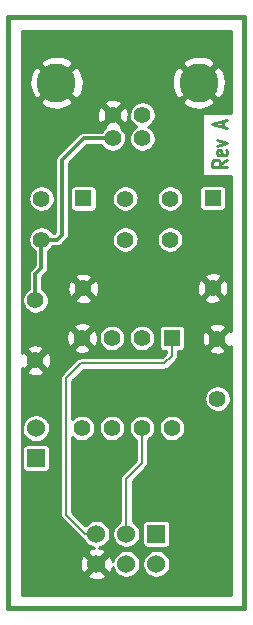
<source format=gtl>
G04 (created by PCBNEW-RS274X (2011-nov-30)-testing) date Mon 05 Mar 2012 05:05:37 PM PST*
G01*
G70*
G90*
%MOIN*%
G04 Gerber Fmt 3.4, Leading zero omitted, Abs format*
%FSLAX34Y34*%
G04 APERTURE LIST*
%ADD10C,0.006000*%
%ADD11C,0.009900*%
%ADD12C,0.015000*%
%ADD13R,0.060000X0.060000*%
%ADD14C,0.060000*%
%ADD15C,0.055000*%
%ADD16R,0.055000X0.055000*%
%ADD17C,0.055100*%
%ADD18C,0.129900*%
%ADD19C,0.008000*%
%ADD20C,0.011800*%
%ADD21C,0.010000*%
G04 APERTURE END LIST*
G54D10*
G54D11*
X66333Y-20496D02*
X66108Y-20627D01*
X66333Y-20721D02*
X65861Y-20721D01*
X65861Y-20571D01*
X65884Y-20534D01*
X65906Y-20515D01*
X65951Y-20496D01*
X66018Y-20496D01*
X66063Y-20515D01*
X66086Y-20534D01*
X66108Y-20571D01*
X66108Y-20721D01*
X66311Y-20177D02*
X66333Y-20215D01*
X66333Y-20290D01*
X66311Y-20327D01*
X66266Y-20346D01*
X66086Y-20346D01*
X66041Y-20327D01*
X66018Y-20290D01*
X66018Y-20215D01*
X66041Y-20177D01*
X66086Y-20158D01*
X66131Y-20158D01*
X66176Y-20346D01*
X66018Y-20027D02*
X66333Y-19933D01*
X66018Y-19839D01*
X66198Y-19408D02*
X66198Y-19220D01*
X66333Y-19445D02*
X65861Y-19314D01*
X66333Y-19183D01*
G54D12*
X66929Y-15748D02*
X59055Y-15748D01*
X66929Y-35433D02*
X66929Y-15748D01*
X59055Y-35433D02*
X66929Y-35433D01*
X59055Y-15748D02*
X59055Y-35433D01*
G54D13*
X59980Y-30441D03*
G54D14*
X59980Y-29441D03*
G54D15*
X59961Y-25181D03*
X59961Y-27181D03*
X66024Y-28461D03*
X66024Y-26461D03*
G54D16*
X65866Y-21768D03*
G54D15*
X65866Y-24768D03*
G54D16*
X61555Y-21787D03*
G54D15*
X61555Y-24787D03*
X60158Y-23158D03*
X60158Y-21791D03*
X64449Y-23158D03*
X64449Y-21791D03*
X62953Y-23158D03*
X62953Y-21791D03*
G54D16*
X64512Y-26433D03*
G54D15*
X63512Y-26433D03*
X62512Y-26433D03*
X61512Y-26433D03*
X61512Y-29433D03*
X62512Y-29433D03*
X63512Y-29433D03*
X64512Y-29433D03*
G54D17*
X62539Y-19783D03*
X63523Y-19783D03*
X63523Y-18996D03*
X62539Y-18996D03*
G54D18*
X65401Y-17925D03*
X60661Y-17925D03*
G54D13*
X63992Y-32965D03*
G54D14*
X63992Y-33965D03*
X62992Y-32965D03*
X62992Y-33965D03*
X61992Y-32965D03*
X61992Y-33965D03*
G54D19*
X64512Y-27023D02*
X64512Y-26433D01*
X64252Y-27283D02*
X64512Y-27023D01*
X61477Y-27283D02*
X64252Y-27283D01*
X60984Y-27776D02*
X61477Y-27283D01*
X60984Y-32322D02*
X60984Y-27776D01*
X61627Y-32965D02*
X60984Y-32322D01*
X61992Y-32965D02*
X61627Y-32965D01*
X62992Y-32965D02*
X62992Y-31122D01*
X63512Y-30602D02*
X63512Y-29433D01*
X62992Y-31122D02*
X63512Y-30602D01*
G54D20*
X60158Y-23158D02*
X60158Y-24114D01*
X62539Y-19783D02*
X61575Y-19783D01*
X60158Y-24114D02*
X59961Y-24311D01*
X59961Y-24311D02*
X59961Y-25181D01*
X60846Y-22992D02*
X60680Y-23158D01*
X60846Y-20512D02*
X60846Y-22992D01*
X61575Y-19783D02*
X60846Y-20512D01*
X60680Y-23158D02*
X60158Y-23158D01*
G54D10*
G36*
X66485Y-34989D02*
X66467Y-34989D01*
X66467Y-28418D01*
X66450Y-28333D01*
X66417Y-28252D01*
X66369Y-28180D01*
X66315Y-28125D01*
X66315Y-26823D01*
X66024Y-26532D01*
X65953Y-26603D01*
X65953Y-26461D01*
X65662Y-26170D01*
X65571Y-26193D01*
X65527Y-26286D01*
X65502Y-26386D01*
X65497Y-26489D01*
X65513Y-26590D01*
X65547Y-26687D01*
X65571Y-26729D01*
X65662Y-26752D01*
X65953Y-26461D01*
X65953Y-26603D01*
X65733Y-26823D01*
X65756Y-26914D01*
X65849Y-26958D01*
X65949Y-26983D01*
X66052Y-26988D01*
X66153Y-26972D01*
X66250Y-26938D01*
X66292Y-26914D01*
X66315Y-26823D01*
X66315Y-28125D01*
X66308Y-28118D01*
X66236Y-28070D01*
X66156Y-28036D01*
X66071Y-28018D01*
X65984Y-28018D01*
X65899Y-28034D01*
X65818Y-28066D01*
X65745Y-28114D01*
X65683Y-28175D01*
X65634Y-28246D01*
X65600Y-28326D01*
X65582Y-28411D01*
X65580Y-28498D01*
X65596Y-28583D01*
X65628Y-28664D01*
X65675Y-28737D01*
X65735Y-28800D01*
X65806Y-28849D01*
X65886Y-28884D01*
X65971Y-28903D01*
X66058Y-28905D01*
X66143Y-28890D01*
X66224Y-28858D01*
X66298Y-28812D01*
X66361Y-28752D01*
X66411Y-28681D01*
X66446Y-28602D01*
X66466Y-28517D01*
X66467Y-28418D01*
X66467Y-34989D01*
X64955Y-34989D01*
X64955Y-29390D01*
X64954Y-29385D01*
X64954Y-26726D01*
X64954Y-26693D01*
X64954Y-26142D01*
X64948Y-26110D01*
X64935Y-26080D01*
X64917Y-26052D01*
X64894Y-26029D01*
X64892Y-26027D01*
X64892Y-23115D01*
X64892Y-21748D01*
X64875Y-21663D01*
X64842Y-21582D01*
X64794Y-21510D01*
X64733Y-21448D01*
X64661Y-21400D01*
X64581Y-21366D01*
X64496Y-21348D01*
X64409Y-21348D01*
X64324Y-21364D01*
X64243Y-21396D01*
X64170Y-21444D01*
X64108Y-21505D01*
X64059Y-21576D01*
X64025Y-21656D01*
X64007Y-21741D01*
X64005Y-21828D01*
X64021Y-21913D01*
X64053Y-21994D01*
X64100Y-22067D01*
X64160Y-22130D01*
X64231Y-22179D01*
X64311Y-22214D01*
X64396Y-22233D01*
X64483Y-22235D01*
X64568Y-22220D01*
X64649Y-22188D01*
X64723Y-22142D01*
X64786Y-22082D01*
X64836Y-22011D01*
X64871Y-21932D01*
X64891Y-21847D01*
X64892Y-21748D01*
X64892Y-23115D01*
X64875Y-23030D01*
X64842Y-22949D01*
X64794Y-22877D01*
X64733Y-22815D01*
X64661Y-22767D01*
X64581Y-22733D01*
X64496Y-22715D01*
X64409Y-22715D01*
X64324Y-22731D01*
X64243Y-22763D01*
X64170Y-22811D01*
X64108Y-22872D01*
X64059Y-22943D01*
X64025Y-23023D01*
X64007Y-23108D01*
X64005Y-23195D01*
X64021Y-23280D01*
X64053Y-23361D01*
X64100Y-23434D01*
X64160Y-23497D01*
X64231Y-23546D01*
X64311Y-23581D01*
X64396Y-23600D01*
X64483Y-23602D01*
X64568Y-23587D01*
X64649Y-23555D01*
X64723Y-23509D01*
X64786Y-23449D01*
X64836Y-23378D01*
X64871Y-23299D01*
X64891Y-23214D01*
X64892Y-23115D01*
X64892Y-26027D01*
X64867Y-26011D01*
X64837Y-25998D01*
X64805Y-25991D01*
X64772Y-25991D01*
X64221Y-25991D01*
X64189Y-25997D01*
X64159Y-26010D01*
X64131Y-26028D01*
X64108Y-26051D01*
X64090Y-26078D01*
X64077Y-26108D01*
X64070Y-26140D01*
X64070Y-26173D01*
X64070Y-26724D01*
X64076Y-26756D01*
X64089Y-26786D01*
X64107Y-26814D01*
X64130Y-26837D01*
X64157Y-26855D01*
X64187Y-26868D01*
X64219Y-26875D01*
X64252Y-26875D01*
X64304Y-26875D01*
X64304Y-26936D01*
X64165Y-27075D01*
X63966Y-27075D01*
X63966Y-19740D01*
X63949Y-19655D01*
X63916Y-19574D01*
X63868Y-19502D01*
X63807Y-19440D01*
X63735Y-19392D01*
X63728Y-19389D01*
X63797Y-19347D01*
X63860Y-19287D01*
X63910Y-19216D01*
X63945Y-19137D01*
X63965Y-19052D01*
X63966Y-18953D01*
X63949Y-18868D01*
X63916Y-18787D01*
X63868Y-18715D01*
X63807Y-18653D01*
X63735Y-18605D01*
X63655Y-18571D01*
X63570Y-18553D01*
X63483Y-18553D01*
X63398Y-18569D01*
X63317Y-18601D01*
X63244Y-18649D01*
X63182Y-18710D01*
X63133Y-18781D01*
X63099Y-18861D01*
X63081Y-18946D01*
X63079Y-19033D01*
X63095Y-19118D01*
X63127Y-19199D01*
X63174Y-19272D01*
X63234Y-19335D01*
X63305Y-19384D01*
X63315Y-19388D01*
X63244Y-19436D01*
X63182Y-19497D01*
X63133Y-19568D01*
X63099Y-19648D01*
X63081Y-19733D01*
X63079Y-19820D01*
X63095Y-19905D01*
X63127Y-19986D01*
X63174Y-20059D01*
X63234Y-20122D01*
X63305Y-20171D01*
X63385Y-20206D01*
X63470Y-20225D01*
X63557Y-20227D01*
X63642Y-20212D01*
X63723Y-20180D01*
X63797Y-20134D01*
X63860Y-20074D01*
X63910Y-20003D01*
X63945Y-19924D01*
X63965Y-19839D01*
X63966Y-19740D01*
X63966Y-27075D01*
X63955Y-27075D01*
X63955Y-26390D01*
X63938Y-26305D01*
X63905Y-26224D01*
X63857Y-26152D01*
X63796Y-26090D01*
X63724Y-26042D01*
X63644Y-26008D01*
X63559Y-25990D01*
X63472Y-25990D01*
X63396Y-26004D01*
X63396Y-23115D01*
X63396Y-21748D01*
X63379Y-21663D01*
X63346Y-21582D01*
X63298Y-21510D01*
X63237Y-21448D01*
X63165Y-21400D01*
X63085Y-21366D01*
X63066Y-21361D01*
X63066Y-18968D01*
X63050Y-18867D01*
X63016Y-18770D01*
X62992Y-18728D01*
X62901Y-18705D01*
X62830Y-18776D01*
X62830Y-18634D01*
X62807Y-18543D01*
X62714Y-18499D01*
X62614Y-18474D01*
X62511Y-18469D01*
X62410Y-18485D01*
X62313Y-18519D01*
X62271Y-18543D01*
X62248Y-18634D01*
X62539Y-18925D01*
X62830Y-18634D01*
X62830Y-18776D01*
X62610Y-18996D01*
X62901Y-19287D01*
X62992Y-19264D01*
X63036Y-19171D01*
X63061Y-19071D01*
X63066Y-18968D01*
X63066Y-21361D01*
X63000Y-21348D01*
X62982Y-21348D01*
X62982Y-19740D01*
X62965Y-19655D01*
X62932Y-19574D01*
X62884Y-19502D01*
X62823Y-19440D01*
X62811Y-19432D01*
X62830Y-19358D01*
X62539Y-19067D01*
X62468Y-19138D01*
X62468Y-18996D01*
X62177Y-18705D01*
X62086Y-18728D01*
X62042Y-18821D01*
X62017Y-18921D01*
X62012Y-19024D01*
X62028Y-19125D01*
X62062Y-19222D01*
X62086Y-19264D01*
X62177Y-19287D01*
X62468Y-18996D01*
X62468Y-19138D01*
X62248Y-19358D01*
X62266Y-19431D01*
X62260Y-19436D01*
X62198Y-19497D01*
X62157Y-19556D01*
X61575Y-19556D01*
X61563Y-19557D01*
X61563Y-17912D01*
X61543Y-17737D01*
X61490Y-17569D01*
X61419Y-17436D01*
X61290Y-17367D01*
X61219Y-17438D01*
X61219Y-17296D01*
X61150Y-17167D01*
X60993Y-17086D01*
X60824Y-17038D01*
X60648Y-17023D01*
X60473Y-17043D01*
X60305Y-17096D01*
X60172Y-17167D01*
X60103Y-17296D01*
X60661Y-17854D01*
X61219Y-17296D01*
X61219Y-17438D01*
X60732Y-17925D01*
X61290Y-18483D01*
X61419Y-18414D01*
X61500Y-18257D01*
X61548Y-18088D01*
X61563Y-17912D01*
X61563Y-19557D01*
X61531Y-19560D01*
X61488Y-19573D01*
X61449Y-19594D01*
X61423Y-19615D01*
X61416Y-19621D01*
X61415Y-19622D01*
X61414Y-19623D01*
X61219Y-19817D01*
X61219Y-18554D01*
X60661Y-17996D01*
X60590Y-18067D01*
X60590Y-17925D01*
X60032Y-17367D01*
X59903Y-17436D01*
X59822Y-17593D01*
X59774Y-17762D01*
X59759Y-17938D01*
X59779Y-18113D01*
X59832Y-18281D01*
X59903Y-18414D01*
X60032Y-18483D01*
X60590Y-17925D01*
X60590Y-18067D01*
X60103Y-18554D01*
X60172Y-18683D01*
X60329Y-18764D01*
X60498Y-18812D01*
X60674Y-18827D01*
X60849Y-18807D01*
X61017Y-18754D01*
X61150Y-18683D01*
X61219Y-18554D01*
X61219Y-19817D01*
X60685Y-20351D01*
X60657Y-20385D01*
X60637Y-20421D01*
X60637Y-20423D01*
X60636Y-20423D01*
X60636Y-20425D01*
X60623Y-20467D01*
X60619Y-20501D01*
X60619Y-20509D01*
X60619Y-20511D01*
X60619Y-20512D01*
X60619Y-22897D01*
X60601Y-22915D01*
X60601Y-21748D01*
X60584Y-21663D01*
X60551Y-21582D01*
X60503Y-21510D01*
X60442Y-21448D01*
X60370Y-21400D01*
X60290Y-21366D01*
X60205Y-21348D01*
X60118Y-21348D01*
X60033Y-21364D01*
X59952Y-21396D01*
X59879Y-21444D01*
X59817Y-21505D01*
X59768Y-21576D01*
X59734Y-21656D01*
X59716Y-21741D01*
X59714Y-21828D01*
X59730Y-21913D01*
X59762Y-21994D01*
X59809Y-22067D01*
X59869Y-22130D01*
X59940Y-22179D01*
X60020Y-22214D01*
X60105Y-22233D01*
X60192Y-22235D01*
X60277Y-22220D01*
X60358Y-22188D01*
X60432Y-22142D01*
X60495Y-22082D01*
X60545Y-22011D01*
X60580Y-21932D01*
X60600Y-21847D01*
X60601Y-21748D01*
X60601Y-22915D01*
X60585Y-22931D01*
X60539Y-22931D01*
X60503Y-22877D01*
X60442Y-22815D01*
X60370Y-22767D01*
X60290Y-22733D01*
X60205Y-22715D01*
X60118Y-22715D01*
X60033Y-22731D01*
X59952Y-22763D01*
X59879Y-22811D01*
X59817Y-22872D01*
X59768Y-22943D01*
X59734Y-23023D01*
X59716Y-23108D01*
X59714Y-23195D01*
X59730Y-23280D01*
X59762Y-23361D01*
X59809Y-23434D01*
X59869Y-23497D01*
X59931Y-23539D01*
X59931Y-24019D01*
X59800Y-24150D01*
X59772Y-24184D01*
X59752Y-24220D01*
X59752Y-24222D01*
X59751Y-24222D01*
X59751Y-24224D01*
X59738Y-24266D01*
X59734Y-24300D01*
X59734Y-24308D01*
X59734Y-24310D01*
X59734Y-24311D01*
X59734Y-24799D01*
X59682Y-24834D01*
X59620Y-24895D01*
X59571Y-24966D01*
X59537Y-25046D01*
X59519Y-25131D01*
X59517Y-25218D01*
X59533Y-25303D01*
X59565Y-25384D01*
X59612Y-25457D01*
X59672Y-25520D01*
X59743Y-25569D01*
X59823Y-25604D01*
X59908Y-25623D01*
X59995Y-25625D01*
X60080Y-25610D01*
X60161Y-25578D01*
X60235Y-25532D01*
X60298Y-25472D01*
X60348Y-25401D01*
X60383Y-25322D01*
X60403Y-25237D01*
X60404Y-25138D01*
X60387Y-25053D01*
X60354Y-24972D01*
X60306Y-24900D01*
X60245Y-24838D01*
X60188Y-24800D01*
X60188Y-24405D01*
X60317Y-24276D01*
X60318Y-24275D01*
X60345Y-24242D01*
X60346Y-24241D01*
X60363Y-24210D01*
X60367Y-24203D01*
X60367Y-24202D01*
X60368Y-24201D01*
X60372Y-24185D01*
X60380Y-24161D01*
X60380Y-24159D01*
X60385Y-24117D01*
X60385Y-24115D01*
X60385Y-24114D01*
X60385Y-23538D01*
X60432Y-23509D01*
X60495Y-23449D01*
X60540Y-23385D01*
X60678Y-23385D01*
X60680Y-23385D01*
X60722Y-23381D01*
X60724Y-23381D01*
X60748Y-23373D01*
X60765Y-23369D01*
X60766Y-23368D01*
X60767Y-23368D01*
X60804Y-23348D01*
X60806Y-23347D01*
X60826Y-23330D01*
X60838Y-23321D01*
X60840Y-23319D01*
X60841Y-23319D01*
X61005Y-23154D01*
X61006Y-23153D01*
X61033Y-23120D01*
X61034Y-23119D01*
X61043Y-23102D01*
X61055Y-23081D01*
X61055Y-23080D01*
X61068Y-23039D01*
X61068Y-23037D01*
X61073Y-22995D01*
X61073Y-22992D01*
X61073Y-20606D01*
X61669Y-20010D01*
X62158Y-20010D01*
X62190Y-20059D01*
X62250Y-20122D01*
X62321Y-20171D01*
X62401Y-20206D01*
X62486Y-20225D01*
X62573Y-20227D01*
X62658Y-20212D01*
X62739Y-20180D01*
X62813Y-20134D01*
X62876Y-20074D01*
X62926Y-20003D01*
X62961Y-19924D01*
X62981Y-19839D01*
X62982Y-19740D01*
X62982Y-21348D01*
X62913Y-21348D01*
X62828Y-21364D01*
X62747Y-21396D01*
X62674Y-21444D01*
X62612Y-21505D01*
X62563Y-21576D01*
X62529Y-21656D01*
X62511Y-21741D01*
X62509Y-21828D01*
X62525Y-21913D01*
X62557Y-21994D01*
X62604Y-22067D01*
X62664Y-22130D01*
X62735Y-22179D01*
X62815Y-22214D01*
X62900Y-22233D01*
X62987Y-22235D01*
X63072Y-22220D01*
X63153Y-22188D01*
X63227Y-22142D01*
X63290Y-22082D01*
X63340Y-22011D01*
X63375Y-21932D01*
X63395Y-21847D01*
X63396Y-21748D01*
X63396Y-23115D01*
X63379Y-23030D01*
X63346Y-22949D01*
X63298Y-22877D01*
X63237Y-22815D01*
X63165Y-22767D01*
X63085Y-22733D01*
X63000Y-22715D01*
X62913Y-22715D01*
X62828Y-22731D01*
X62747Y-22763D01*
X62674Y-22811D01*
X62612Y-22872D01*
X62563Y-22943D01*
X62529Y-23023D01*
X62511Y-23108D01*
X62509Y-23195D01*
X62525Y-23280D01*
X62557Y-23361D01*
X62604Y-23434D01*
X62664Y-23497D01*
X62735Y-23546D01*
X62815Y-23581D01*
X62900Y-23600D01*
X62987Y-23602D01*
X63072Y-23587D01*
X63153Y-23555D01*
X63227Y-23509D01*
X63290Y-23449D01*
X63340Y-23378D01*
X63375Y-23299D01*
X63395Y-23214D01*
X63396Y-23115D01*
X63396Y-26004D01*
X63387Y-26006D01*
X63306Y-26038D01*
X63233Y-26086D01*
X63171Y-26147D01*
X63122Y-26218D01*
X63088Y-26298D01*
X63070Y-26383D01*
X63068Y-26470D01*
X63084Y-26555D01*
X63116Y-26636D01*
X63163Y-26709D01*
X63223Y-26772D01*
X63294Y-26821D01*
X63374Y-26856D01*
X63459Y-26875D01*
X63546Y-26877D01*
X63631Y-26862D01*
X63712Y-26830D01*
X63786Y-26784D01*
X63849Y-26724D01*
X63899Y-26653D01*
X63934Y-26574D01*
X63954Y-26489D01*
X63955Y-26390D01*
X63955Y-27075D01*
X62955Y-27075D01*
X62955Y-26390D01*
X62938Y-26305D01*
X62905Y-26224D01*
X62857Y-26152D01*
X62796Y-26090D01*
X62724Y-26042D01*
X62644Y-26008D01*
X62559Y-25990D01*
X62472Y-25990D01*
X62387Y-26006D01*
X62306Y-26038D01*
X62233Y-26086D01*
X62171Y-26147D01*
X62122Y-26218D01*
X62088Y-26298D01*
X62082Y-26326D01*
X62082Y-24759D01*
X62066Y-24658D01*
X62032Y-24561D01*
X62008Y-24519D01*
X61997Y-24516D01*
X61997Y-22080D01*
X61997Y-22047D01*
X61997Y-21496D01*
X61991Y-21464D01*
X61978Y-21434D01*
X61960Y-21406D01*
X61937Y-21383D01*
X61910Y-21365D01*
X61880Y-21352D01*
X61848Y-21345D01*
X61815Y-21345D01*
X61264Y-21345D01*
X61232Y-21351D01*
X61202Y-21364D01*
X61174Y-21382D01*
X61151Y-21405D01*
X61133Y-21432D01*
X61120Y-21462D01*
X61113Y-21494D01*
X61113Y-21527D01*
X61113Y-22078D01*
X61119Y-22110D01*
X61132Y-22140D01*
X61150Y-22168D01*
X61173Y-22191D01*
X61200Y-22209D01*
X61230Y-22222D01*
X61262Y-22229D01*
X61295Y-22229D01*
X61846Y-22229D01*
X61878Y-22223D01*
X61908Y-22210D01*
X61936Y-22192D01*
X61959Y-22169D01*
X61977Y-22142D01*
X61990Y-22112D01*
X61997Y-22080D01*
X61997Y-24516D01*
X61917Y-24496D01*
X61846Y-24567D01*
X61846Y-24425D01*
X61823Y-24334D01*
X61730Y-24290D01*
X61630Y-24265D01*
X61527Y-24260D01*
X61426Y-24276D01*
X61329Y-24310D01*
X61287Y-24334D01*
X61264Y-24425D01*
X61555Y-24716D01*
X61846Y-24425D01*
X61846Y-24567D01*
X61626Y-24787D01*
X61917Y-25078D01*
X62008Y-25055D01*
X62052Y-24962D01*
X62077Y-24862D01*
X62082Y-24759D01*
X62082Y-26326D01*
X62070Y-26383D01*
X62068Y-26470D01*
X62084Y-26555D01*
X62116Y-26636D01*
X62163Y-26709D01*
X62223Y-26772D01*
X62294Y-26821D01*
X62374Y-26856D01*
X62459Y-26875D01*
X62546Y-26877D01*
X62631Y-26862D01*
X62712Y-26830D01*
X62786Y-26784D01*
X62849Y-26724D01*
X62899Y-26653D01*
X62934Y-26574D01*
X62954Y-26489D01*
X62955Y-26390D01*
X62955Y-27075D01*
X62039Y-27075D01*
X62039Y-26405D01*
X62023Y-26304D01*
X61989Y-26207D01*
X61965Y-26165D01*
X61874Y-26142D01*
X61846Y-26170D01*
X61846Y-25149D01*
X61555Y-24858D01*
X61484Y-24929D01*
X61484Y-24787D01*
X61193Y-24496D01*
X61102Y-24519D01*
X61058Y-24612D01*
X61033Y-24712D01*
X61028Y-24815D01*
X61044Y-24916D01*
X61078Y-25013D01*
X61102Y-25055D01*
X61193Y-25078D01*
X61484Y-24787D01*
X61484Y-24929D01*
X61264Y-25149D01*
X61287Y-25240D01*
X61380Y-25284D01*
X61480Y-25309D01*
X61583Y-25314D01*
X61684Y-25298D01*
X61781Y-25264D01*
X61823Y-25240D01*
X61846Y-25149D01*
X61846Y-26170D01*
X61803Y-26213D01*
X61803Y-26071D01*
X61780Y-25980D01*
X61687Y-25936D01*
X61587Y-25911D01*
X61484Y-25906D01*
X61383Y-25922D01*
X61286Y-25956D01*
X61244Y-25980D01*
X61221Y-26071D01*
X61512Y-26362D01*
X61803Y-26071D01*
X61803Y-26213D01*
X61583Y-26433D01*
X61874Y-26724D01*
X61965Y-26701D01*
X62009Y-26608D01*
X62034Y-26508D01*
X62039Y-26405D01*
X62039Y-27075D01*
X61803Y-27075D01*
X61803Y-26795D01*
X61512Y-26504D01*
X61441Y-26575D01*
X61441Y-26433D01*
X61150Y-26142D01*
X61059Y-26165D01*
X61015Y-26258D01*
X60990Y-26358D01*
X60985Y-26461D01*
X61001Y-26562D01*
X61035Y-26659D01*
X61059Y-26701D01*
X61150Y-26724D01*
X61441Y-26433D01*
X61441Y-26575D01*
X61221Y-26795D01*
X61244Y-26886D01*
X61337Y-26930D01*
X61437Y-26955D01*
X61540Y-26960D01*
X61641Y-26944D01*
X61738Y-26910D01*
X61780Y-26886D01*
X61803Y-26795D01*
X61803Y-27075D01*
X61479Y-27075D01*
X61477Y-27075D01*
X61471Y-27075D01*
X61439Y-27078D01*
X61400Y-27090D01*
X61398Y-27090D01*
X61398Y-27091D01*
X61362Y-27110D01*
X61330Y-27135D01*
X61326Y-27139D01*
X60842Y-27623D01*
X60838Y-27627D01*
X60812Y-27658D01*
X60793Y-27694D01*
X60792Y-27694D01*
X60792Y-27696D01*
X60780Y-27735D01*
X60775Y-27775D01*
X60776Y-27783D01*
X60776Y-32312D01*
X60775Y-32320D01*
X60779Y-32360D01*
X60791Y-32399D01*
X60791Y-32400D01*
X60792Y-32401D01*
X60810Y-32435D01*
X60811Y-32437D01*
X60835Y-32467D01*
X60836Y-32469D01*
X60837Y-32469D01*
X60840Y-32472D01*
X61474Y-33106D01*
X61478Y-33111D01*
X61480Y-33112D01*
X61509Y-33137D01*
X61545Y-33156D01*
X61547Y-33156D01*
X61566Y-33162D01*
X61567Y-33162D01*
X61574Y-33180D01*
X61624Y-33257D01*
X61687Y-33323D01*
X61763Y-33376D01*
X61847Y-33412D01*
X61900Y-33423D01*
X61860Y-33430D01*
X61759Y-33466D01*
X61710Y-33492D01*
X61683Y-33585D01*
X61992Y-33894D01*
X62301Y-33585D01*
X62274Y-33492D01*
X62177Y-33446D01*
X62087Y-33423D01*
X62119Y-33418D01*
X62204Y-33385D01*
X62282Y-33335D01*
X62348Y-33272D01*
X62401Y-33197D01*
X62438Y-33113D01*
X62459Y-33024D01*
X62460Y-32919D01*
X62442Y-32829D01*
X62407Y-32744D01*
X62356Y-32668D01*
X62292Y-32603D01*
X62216Y-32551D01*
X62131Y-32516D01*
X62041Y-32497D01*
X61949Y-32497D01*
X61859Y-32514D01*
X61774Y-32548D01*
X61697Y-32599D01*
X61632Y-32663D01*
X61626Y-32670D01*
X61192Y-32236D01*
X61192Y-29739D01*
X61223Y-29772D01*
X61294Y-29821D01*
X61374Y-29856D01*
X61459Y-29875D01*
X61546Y-29877D01*
X61631Y-29862D01*
X61712Y-29830D01*
X61786Y-29784D01*
X61849Y-29724D01*
X61899Y-29653D01*
X61934Y-29574D01*
X61954Y-29489D01*
X61955Y-29390D01*
X61938Y-29305D01*
X61905Y-29224D01*
X61857Y-29152D01*
X61796Y-29090D01*
X61724Y-29042D01*
X61644Y-29008D01*
X61559Y-28990D01*
X61472Y-28990D01*
X61387Y-29006D01*
X61306Y-29038D01*
X61233Y-29086D01*
X61192Y-29126D01*
X61192Y-27862D01*
X61563Y-27491D01*
X64242Y-27491D01*
X64250Y-27492D01*
X64252Y-27491D01*
X64290Y-27488D01*
X64292Y-27487D01*
X64329Y-27476D01*
X64330Y-27475D01*
X64331Y-27475D01*
X64365Y-27457D01*
X64367Y-27456D01*
X64397Y-27432D01*
X64399Y-27431D01*
X64399Y-27430D01*
X64402Y-27426D01*
X64657Y-27172D01*
X64658Y-27172D01*
X64658Y-27171D01*
X64659Y-27171D01*
X64661Y-27168D01*
X64684Y-27141D01*
X64684Y-27139D01*
X64703Y-27105D01*
X64703Y-27103D01*
X64715Y-27066D01*
X64715Y-27065D01*
X64720Y-27026D01*
X64720Y-27024D01*
X64720Y-27023D01*
X64720Y-26875D01*
X64803Y-26875D01*
X64835Y-26869D01*
X64865Y-26856D01*
X64893Y-26838D01*
X64916Y-26815D01*
X64934Y-26788D01*
X64947Y-26758D01*
X64954Y-26726D01*
X64954Y-29385D01*
X64938Y-29305D01*
X64905Y-29224D01*
X64857Y-29152D01*
X64796Y-29090D01*
X64724Y-29042D01*
X64644Y-29008D01*
X64559Y-28990D01*
X64472Y-28990D01*
X64387Y-29006D01*
X64306Y-29038D01*
X64233Y-29086D01*
X64171Y-29147D01*
X64122Y-29218D01*
X64088Y-29298D01*
X64070Y-29383D01*
X64068Y-29470D01*
X64084Y-29555D01*
X64116Y-29636D01*
X64163Y-29709D01*
X64223Y-29772D01*
X64294Y-29821D01*
X64374Y-29856D01*
X64459Y-29875D01*
X64546Y-29877D01*
X64631Y-29862D01*
X64712Y-29830D01*
X64786Y-29784D01*
X64849Y-29724D01*
X64899Y-29653D01*
X64934Y-29574D01*
X64954Y-29489D01*
X64955Y-29390D01*
X64955Y-34989D01*
X64460Y-34989D01*
X64460Y-33919D01*
X64459Y-33914D01*
X64459Y-33283D01*
X64459Y-33250D01*
X64459Y-32649D01*
X64453Y-32617D01*
X64440Y-32587D01*
X64422Y-32559D01*
X64399Y-32536D01*
X64372Y-32518D01*
X64342Y-32505D01*
X64310Y-32498D01*
X64277Y-32498D01*
X63955Y-32498D01*
X63955Y-29390D01*
X63938Y-29305D01*
X63905Y-29224D01*
X63857Y-29152D01*
X63796Y-29090D01*
X63724Y-29042D01*
X63644Y-29008D01*
X63559Y-28990D01*
X63472Y-28990D01*
X63387Y-29006D01*
X63306Y-29038D01*
X63233Y-29086D01*
X63171Y-29147D01*
X63122Y-29218D01*
X63088Y-29298D01*
X63070Y-29383D01*
X63068Y-29470D01*
X63084Y-29555D01*
X63116Y-29636D01*
X63163Y-29709D01*
X63223Y-29772D01*
X63294Y-29821D01*
X63304Y-29825D01*
X63304Y-30516D01*
X62955Y-30864D01*
X62955Y-29390D01*
X62938Y-29305D01*
X62905Y-29224D01*
X62857Y-29152D01*
X62796Y-29090D01*
X62724Y-29042D01*
X62644Y-29008D01*
X62559Y-28990D01*
X62472Y-28990D01*
X62387Y-29006D01*
X62306Y-29038D01*
X62233Y-29086D01*
X62171Y-29147D01*
X62122Y-29218D01*
X62088Y-29298D01*
X62070Y-29383D01*
X62068Y-29470D01*
X62084Y-29555D01*
X62116Y-29636D01*
X62163Y-29709D01*
X62223Y-29772D01*
X62294Y-29821D01*
X62374Y-29856D01*
X62459Y-29875D01*
X62546Y-29877D01*
X62631Y-29862D01*
X62712Y-29830D01*
X62786Y-29784D01*
X62849Y-29724D01*
X62899Y-29653D01*
X62934Y-29574D01*
X62954Y-29489D01*
X62955Y-29390D01*
X62955Y-30864D01*
X62850Y-30969D01*
X62846Y-30973D01*
X62820Y-31004D01*
X62801Y-31040D01*
X62800Y-31040D01*
X62800Y-31042D01*
X62788Y-31081D01*
X62783Y-31121D01*
X62784Y-31129D01*
X62784Y-32544D01*
X62774Y-32548D01*
X62697Y-32599D01*
X62632Y-32663D01*
X62580Y-32739D01*
X62544Y-32823D01*
X62525Y-32913D01*
X62523Y-33004D01*
X62540Y-33095D01*
X62574Y-33180D01*
X62624Y-33257D01*
X62687Y-33323D01*
X62763Y-33376D01*
X62847Y-33412D01*
X62936Y-33432D01*
X63028Y-33434D01*
X63119Y-33418D01*
X63204Y-33385D01*
X63282Y-33335D01*
X63348Y-33272D01*
X63401Y-33197D01*
X63438Y-33113D01*
X63459Y-33024D01*
X63460Y-32919D01*
X63442Y-32829D01*
X63407Y-32744D01*
X63356Y-32668D01*
X63292Y-32603D01*
X63216Y-32551D01*
X63200Y-32544D01*
X63200Y-31208D01*
X63653Y-30754D01*
X63658Y-30751D01*
X63659Y-30749D01*
X63684Y-30720D01*
X63684Y-30718D01*
X63703Y-30684D01*
X63703Y-30682D01*
X63715Y-30645D01*
X63715Y-30643D01*
X63720Y-30605D01*
X63720Y-30603D01*
X63720Y-30602D01*
X63720Y-29825D01*
X63786Y-29784D01*
X63849Y-29724D01*
X63899Y-29653D01*
X63934Y-29574D01*
X63954Y-29489D01*
X63955Y-29390D01*
X63955Y-32498D01*
X63676Y-32498D01*
X63644Y-32504D01*
X63614Y-32517D01*
X63586Y-32535D01*
X63563Y-32558D01*
X63545Y-32585D01*
X63532Y-32615D01*
X63525Y-32647D01*
X63525Y-32680D01*
X63525Y-33281D01*
X63531Y-33313D01*
X63544Y-33343D01*
X63562Y-33371D01*
X63585Y-33394D01*
X63612Y-33412D01*
X63642Y-33425D01*
X63674Y-33432D01*
X63707Y-33432D01*
X64308Y-33432D01*
X64340Y-33426D01*
X64370Y-33413D01*
X64398Y-33395D01*
X64421Y-33372D01*
X64439Y-33345D01*
X64452Y-33315D01*
X64459Y-33283D01*
X64459Y-33914D01*
X64442Y-33829D01*
X64407Y-33744D01*
X64356Y-33668D01*
X64292Y-33603D01*
X64216Y-33551D01*
X64131Y-33516D01*
X64041Y-33497D01*
X63949Y-33497D01*
X63859Y-33514D01*
X63774Y-33548D01*
X63697Y-33599D01*
X63632Y-33663D01*
X63580Y-33739D01*
X63544Y-33823D01*
X63525Y-33913D01*
X63523Y-34004D01*
X63540Y-34095D01*
X63574Y-34180D01*
X63624Y-34257D01*
X63687Y-34323D01*
X63763Y-34376D01*
X63847Y-34412D01*
X63936Y-34432D01*
X64028Y-34434D01*
X64119Y-34418D01*
X64204Y-34385D01*
X64282Y-34335D01*
X64348Y-34272D01*
X64401Y-34197D01*
X64438Y-34113D01*
X64459Y-34024D01*
X64460Y-33919D01*
X64460Y-34989D01*
X63460Y-34989D01*
X63460Y-33919D01*
X63442Y-33829D01*
X63407Y-33744D01*
X63356Y-33668D01*
X63292Y-33603D01*
X63216Y-33551D01*
X63131Y-33516D01*
X63041Y-33497D01*
X62949Y-33497D01*
X62859Y-33514D01*
X62774Y-33548D01*
X62697Y-33599D01*
X62632Y-33663D01*
X62580Y-33739D01*
X62544Y-33823D01*
X62533Y-33874D01*
X62527Y-33833D01*
X62491Y-33732D01*
X62465Y-33683D01*
X62372Y-33656D01*
X62063Y-33965D01*
X62372Y-34274D01*
X62465Y-34247D01*
X62511Y-34150D01*
X62533Y-34060D01*
X62540Y-34095D01*
X62574Y-34180D01*
X62624Y-34257D01*
X62687Y-34323D01*
X62763Y-34376D01*
X62847Y-34412D01*
X62936Y-34432D01*
X63028Y-34434D01*
X63119Y-34418D01*
X63204Y-34385D01*
X63282Y-34335D01*
X63348Y-34272D01*
X63401Y-34197D01*
X63438Y-34113D01*
X63459Y-34024D01*
X63460Y-33919D01*
X63460Y-34989D01*
X62301Y-34989D01*
X62301Y-34345D01*
X61992Y-34036D01*
X61921Y-34107D01*
X61921Y-33965D01*
X61612Y-33656D01*
X61519Y-33683D01*
X61473Y-33780D01*
X61447Y-33884D01*
X61441Y-33991D01*
X61457Y-34097D01*
X61493Y-34198D01*
X61519Y-34247D01*
X61612Y-34274D01*
X61921Y-33965D01*
X61921Y-34107D01*
X61683Y-34345D01*
X61710Y-34438D01*
X61807Y-34484D01*
X61911Y-34510D01*
X62018Y-34516D01*
X62124Y-34500D01*
X62225Y-34464D01*
X62274Y-34438D01*
X62301Y-34345D01*
X62301Y-34989D01*
X60488Y-34989D01*
X60488Y-27153D01*
X60472Y-27052D01*
X60438Y-26955D01*
X60414Y-26913D01*
X60323Y-26890D01*
X60252Y-26961D01*
X60252Y-26819D01*
X60229Y-26728D01*
X60136Y-26684D01*
X60036Y-26659D01*
X59933Y-26654D01*
X59832Y-26670D01*
X59735Y-26704D01*
X59693Y-26728D01*
X59670Y-26819D01*
X59961Y-27110D01*
X60252Y-26819D01*
X60252Y-26961D01*
X60032Y-27181D01*
X60323Y-27472D01*
X60414Y-27449D01*
X60458Y-27356D01*
X60483Y-27256D01*
X60488Y-27153D01*
X60488Y-34989D01*
X60448Y-34989D01*
X60448Y-29395D01*
X60430Y-29305D01*
X60395Y-29220D01*
X60344Y-29144D01*
X60280Y-29079D01*
X60252Y-29059D01*
X60252Y-27543D01*
X59961Y-27252D01*
X59670Y-27543D01*
X59693Y-27634D01*
X59786Y-27678D01*
X59886Y-27703D01*
X59989Y-27708D01*
X60090Y-27692D01*
X60187Y-27658D01*
X60229Y-27634D01*
X60252Y-27543D01*
X60252Y-29059D01*
X60204Y-29027D01*
X60119Y-28992D01*
X60029Y-28973D01*
X59937Y-28973D01*
X59847Y-28990D01*
X59762Y-29024D01*
X59685Y-29075D01*
X59620Y-29139D01*
X59568Y-29215D01*
X59532Y-29299D01*
X59513Y-29389D01*
X59511Y-29480D01*
X59528Y-29571D01*
X59562Y-29656D01*
X59612Y-29733D01*
X59675Y-29799D01*
X59751Y-29852D01*
X59835Y-29888D01*
X59924Y-29908D01*
X60016Y-29910D01*
X60107Y-29894D01*
X60192Y-29861D01*
X60270Y-29811D01*
X60336Y-29748D01*
X60389Y-29673D01*
X60426Y-29589D01*
X60447Y-29500D01*
X60448Y-29395D01*
X60448Y-34989D01*
X60447Y-34989D01*
X60447Y-30759D01*
X60447Y-30726D01*
X60447Y-30125D01*
X60441Y-30093D01*
X60428Y-30063D01*
X60410Y-30035D01*
X60387Y-30012D01*
X60360Y-29994D01*
X60330Y-29981D01*
X60298Y-29974D01*
X60265Y-29974D01*
X59664Y-29974D01*
X59632Y-29980D01*
X59602Y-29993D01*
X59574Y-30011D01*
X59551Y-30034D01*
X59533Y-30061D01*
X59520Y-30091D01*
X59513Y-30123D01*
X59513Y-30156D01*
X59513Y-30757D01*
X59519Y-30789D01*
X59532Y-30819D01*
X59550Y-30847D01*
X59573Y-30870D01*
X59600Y-30888D01*
X59630Y-30901D01*
X59662Y-30908D01*
X59695Y-30908D01*
X60296Y-30908D01*
X60328Y-30902D01*
X60358Y-30889D01*
X60386Y-30871D01*
X60409Y-30848D01*
X60427Y-30821D01*
X60440Y-30791D01*
X60447Y-30759D01*
X60447Y-34989D01*
X59499Y-34989D01*
X59499Y-27433D01*
X59508Y-27449D01*
X59599Y-27472D01*
X59890Y-27181D01*
X59599Y-26890D01*
X59508Y-26913D01*
X59499Y-26932D01*
X59499Y-16192D01*
X66485Y-16192D01*
X66485Y-18928D01*
X66303Y-18928D01*
X66303Y-17912D01*
X66283Y-17737D01*
X66230Y-17569D01*
X66159Y-17436D01*
X66030Y-17367D01*
X65959Y-17438D01*
X65959Y-17296D01*
X65890Y-17167D01*
X65733Y-17086D01*
X65564Y-17038D01*
X65388Y-17023D01*
X65213Y-17043D01*
X65045Y-17096D01*
X64912Y-17167D01*
X64843Y-17296D01*
X65401Y-17854D01*
X65959Y-17296D01*
X65959Y-17438D01*
X65472Y-17925D01*
X66030Y-18483D01*
X66159Y-18414D01*
X66240Y-18257D01*
X66288Y-18088D01*
X66303Y-17912D01*
X66303Y-18928D01*
X65959Y-18928D01*
X65959Y-18554D01*
X65401Y-17996D01*
X65330Y-18067D01*
X65330Y-17925D01*
X64772Y-17367D01*
X64643Y-17436D01*
X64562Y-17593D01*
X64514Y-17762D01*
X64499Y-17938D01*
X64519Y-18113D01*
X64572Y-18281D01*
X64643Y-18414D01*
X64772Y-18483D01*
X65330Y-17925D01*
X65330Y-18067D01*
X64843Y-18554D01*
X64912Y-18683D01*
X65069Y-18764D01*
X65238Y-18812D01*
X65414Y-18827D01*
X65589Y-18807D01*
X65757Y-18754D01*
X65890Y-18683D01*
X65959Y-18554D01*
X65959Y-18928D01*
X65497Y-18928D01*
X65497Y-21032D01*
X66485Y-21032D01*
X66485Y-26207D01*
X66477Y-26193D01*
X66393Y-26171D01*
X66393Y-24740D01*
X66377Y-24639D01*
X66343Y-24542D01*
X66319Y-24500D01*
X66308Y-24497D01*
X66308Y-22061D01*
X66308Y-22028D01*
X66308Y-21477D01*
X66302Y-21445D01*
X66289Y-21415D01*
X66271Y-21387D01*
X66248Y-21364D01*
X66221Y-21346D01*
X66191Y-21333D01*
X66159Y-21326D01*
X66126Y-21326D01*
X65575Y-21326D01*
X65543Y-21332D01*
X65513Y-21345D01*
X65485Y-21363D01*
X65462Y-21386D01*
X65444Y-21413D01*
X65431Y-21443D01*
X65424Y-21475D01*
X65424Y-21508D01*
X65424Y-22059D01*
X65430Y-22091D01*
X65443Y-22121D01*
X65461Y-22149D01*
X65484Y-22172D01*
X65511Y-22190D01*
X65541Y-22203D01*
X65573Y-22210D01*
X65606Y-22210D01*
X66157Y-22210D01*
X66189Y-22204D01*
X66219Y-22191D01*
X66247Y-22173D01*
X66270Y-22150D01*
X66288Y-22123D01*
X66301Y-22093D01*
X66308Y-22061D01*
X66308Y-24497D01*
X66228Y-24477D01*
X66157Y-24548D01*
X66157Y-24406D01*
X66134Y-24315D01*
X66041Y-24271D01*
X65941Y-24246D01*
X65838Y-24241D01*
X65737Y-24257D01*
X65640Y-24291D01*
X65598Y-24315D01*
X65575Y-24406D01*
X65866Y-24697D01*
X66157Y-24406D01*
X66157Y-24548D01*
X65937Y-24768D01*
X66228Y-25059D01*
X66319Y-25036D01*
X66363Y-24943D01*
X66388Y-24843D01*
X66393Y-24740D01*
X66393Y-26171D01*
X66386Y-26170D01*
X66315Y-26241D01*
X66315Y-26099D01*
X66292Y-26008D01*
X66199Y-25964D01*
X66157Y-25953D01*
X66157Y-25130D01*
X65866Y-24839D01*
X65795Y-24910D01*
X65795Y-24768D01*
X65504Y-24477D01*
X65413Y-24500D01*
X65369Y-24593D01*
X65344Y-24693D01*
X65339Y-24796D01*
X65355Y-24897D01*
X65389Y-24994D01*
X65413Y-25036D01*
X65504Y-25059D01*
X65795Y-24768D01*
X65795Y-24910D01*
X65575Y-25130D01*
X65598Y-25221D01*
X65691Y-25265D01*
X65791Y-25290D01*
X65894Y-25295D01*
X65995Y-25279D01*
X66092Y-25245D01*
X66134Y-25221D01*
X66157Y-25130D01*
X66157Y-25953D01*
X66099Y-25939D01*
X65996Y-25934D01*
X65895Y-25950D01*
X65798Y-25984D01*
X65756Y-26008D01*
X65733Y-26099D01*
X66024Y-26390D01*
X66315Y-26099D01*
X66315Y-26241D01*
X66095Y-26461D01*
X66386Y-26752D01*
X66477Y-26729D01*
X66485Y-26712D01*
X66485Y-34989D01*
X66485Y-34989D01*
G37*
G54D21*
X66485Y-34989D02*
X66467Y-34989D01*
X66467Y-28418D01*
X66450Y-28333D01*
X66417Y-28252D01*
X66369Y-28180D01*
X66315Y-28125D01*
X66315Y-26823D01*
X66024Y-26532D01*
X65953Y-26603D01*
X65953Y-26461D01*
X65662Y-26170D01*
X65571Y-26193D01*
X65527Y-26286D01*
X65502Y-26386D01*
X65497Y-26489D01*
X65513Y-26590D01*
X65547Y-26687D01*
X65571Y-26729D01*
X65662Y-26752D01*
X65953Y-26461D01*
X65953Y-26603D01*
X65733Y-26823D01*
X65756Y-26914D01*
X65849Y-26958D01*
X65949Y-26983D01*
X66052Y-26988D01*
X66153Y-26972D01*
X66250Y-26938D01*
X66292Y-26914D01*
X66315Y-26823D01*
X66315Y-28125D01*
X66308Y-28118D01*
X66236Y-28070D01*
X66156Y-28036D01*
X66071Y-28018D01*
X65984Y-28018D01*
X65899Y-28034D01*
X65818Y-28066D01*
X65745Y-28114D01*
X65683Y-28175D01*
X65634Y-28246D01*
X65600Y-28326D01*
X65582Y-28411D01*
X65580Y-28498D01*
X65596Y-28583D01*
X65628Y-28664D01*
X65675Y-28737D01*
X65735Y-28800D01*
X65806Y-28849D01*
X65886Y-28884D01*
X65971Y-28903D01*
X66058Y-28905D01*
X66143Y-28890D01*
X66224Y-28858D01*
X66298Y-28812D01*
X66361Y-28752D01*
X66411Y-28681D01*
X66446Y-28602D01*
X66466Y-28517D01*
X66467Y-28418D01*
X66467Y-34989D01*
X64955Y-34989D01*
X64955Y-29390D01*
X64954Y-29385D01*
X64954Y-26726D01*
X64954Y-26693D01*
X64954Y-26142D01*
X64948Y-26110D01*
X64935Y-26080D01*
X64917Y-26052D01*
X64894Y-26029D01*
X64892Y-26027D01*
X64892Y-23115D01*
X64892Y-21748D01*
X64875Y-21663D01*
X64842Y-21582D01*
X64794Y-21510D01*
X64733Y-21448D01*
X64661Y-21400D01*
X64581Y-21366D01*
X64496Y-21348D01*
X64409Y-21348D01*
X64324Y-21364D01*
X64243Y-21396D01*
X64170Y-21444D01*
X64108Y-21505D01*
X64059Y-21576D01*
X64025Y-21656D01*
X64007Y-21741D01*
X64005Y-21828D01*
X64021Y-21913D01*
X64053Y-21994D01*
X64100Y-22067D01*
X64160Y-22130D01*
X64231Y-22179D01*
X64311Y-22214D01*
X64396Y-22233D01*
X64483Y-22235D01*
X64568Y-22220D01*
X64649Y-22188D01*
X64723Y-22142D01*
X64786Y-22082D01*
X64836Y-22011D01*
X64871Y-21932D01*
X64891Y-21847D01*
X64892Y-21748D01*
X64892Y-23115D01*
X64875Y-23030D01*
X64842Y-22949D01*
X64794Y-22877D01*
X64733Y-22815D01*
X64661Y-22767D01*
X64581Y-22733D01*
X64496Y-22715D01*
X64409Y-22715D01*
X64324Y-22731D01*
X64243Y-22763D01*
X64170Y-22811D01*
X64108Y-22872D01*
X64059Y-22943D01*
X64025Y-23023D01*
X64007Y-23108D01*
X64005Y-23195D01*
X64021Y-23280D01*
X64053Y-23361D01*
X64100Y-23434D01*
X64160Y-23497D01*
X64231Y-23546D01*
X64311Y-23581D01*
X64396Y-23600D01*
X64483Y-23602D01*
X64568Y-23587D01*
X64649Y-23555D01*
X64723Y-23509D01*
X64786Y-23449D01*
X64836Y-23378D01*
X64871Y-23299D01*
X64891Y-23214D01*
X64892Y-23115D01*
X64892Y-26027D01*
X64867Y-26011D01*
X64837Y-25998D01*
X64805Y-25991D01*
X64772Y-25991D01*
X64221Y-25991D01*
X64189Y-25997D01*
X64159Y-26010D01*
X64131Y-26028D01*
X64108Y-26051D01*
X64090Y-26078D01*
X64077Y-26108D01*
X64070Y-26140D01*
X64070Y-26173D01*
X64070Y-26724D01*
X64076Y-26756D01*
X64089Y-26786D01*
X64107Y-26814D01*
X64130Y-26837D01*
X64157Y-26855D01*
X64187Y-26868D01*
X64219Y-26875D01*
X64252Y-26875D01*
X64304Y-26875D01*
X64304Y-26936D01*
X64165Y-27075D01*
X63966Y-27075D01*
X63966Y-19740D01*
X63949Y-19655D01*
X63916Y-19574D01*
X63868Y-19502D01*
X63807Y-19440D01*
X63735Y-19392D01*
X63728Y-19389D01*
X63797Y-19347D01*
X63860Y-19287D01*
X63910Y-19216D01*
X63945Y-19137D01*
X63965Y-19052D01*
X63966Y-18953D01*
X63949Y-18868D01*
X63916Y-18787D01*
X63868Y-18715D01*
X63807Y-18653D01*
X63735Y-18605D01*
X63655Y-18571D01*
X63570Y-18553D01*
X63483Y-18553D01*
X63398Y-18569D01*
X63317Y-18601D01*
X63244Y-18649D01*
X63182Y-18710D01*
X63133Y-18781D01*
X63099Y-18861D01*
X63081Y-18946D01*
X63079Y-19033D01*
X63095Y-19118D01*
X63127Y-19199D01*
X63174Y-19272D01*
X63234Y-19335D01*
X63305Y-19384D01*
X63315Y-19388D01*
X63244Y-19436D01*
X63182Y-19497D01*
X63133Y-19568D01*
X63099Y-19648D01*
X63081Y-19733D01*
X63079Y-19820D01*
X63095Y-19905D01*
X63127Y-19986D01*
X63174Y-20059D01*
X63234Y-20122D01*
X63305Y-20171D01*
X63385Y-20206D01*
X63470Y-20225D01*
X63557Y-20227D01*
X63642Y-20212D01*
X63723Y-20180D01*
X63797Y-20134D01*
X63860Y-20074D01*
X63910Y-20003D01*
X63945Y-19924D01*
X63965Y-19839D01*
X63966Y-19740D01*
X63966Y-27075D01*
X63955Y-27075D01*
X63955Y-26390D01*
X63938Y-26305D01*
X63905Y-26224D01*
X63857Y-26152D01*
X63796Y-26090D01*
X63724Y-26042D01*
X63644Y-26008D01*
X63559Y-25990D01*
X63472Y-25990D01*
X63396Y-26004D01*
X63396Y-23115D01*
X63396Y-21748D01*
X63379Y-21663D01*
X63346Y-21582D01*
X63298Y-21510D01*
X63237Y-21448D01*
X63165Y-21400D01*
X63085Y-21366D01*
X63066Y-21361D01*
X63066Y-18968D01*
X63050Y-18867D01*
X63016Y-18770D01*
X62992Y-18728D01*
X62901Y-18705D01*
X62830Y-18776D01*
X62830Y-18634D01*
X62807Y-18543D01*
X62714Y-18499D01*
X62614Y-18474D01*
X62511Y-18469D01*
X62410Y-18485D01*
X62313Y-18519D01*
X62271Y-18543D01*
X62248Y-18634D01*
X62539Y-18925D01*
X62830Y-18634D01*
X62830Y-18776D01*
X62610Y-18996D01*
X62901Y-19287D01*
X62992Y-19264D01*
X63036Y-19171D01*
X63061Y-19071D01*
X63066Y-18968D01*
X63066Y-21361D01*
X63000Y-21348D01*
X62982Y-21348D01*
X62982Y-19740D01*
X62965Y-19655D01*
X62932Y-19574D01*
X62884Y-19502D01*
X62823Y-19440D01*
X62811Y-19432D01*
X62830Y-19358D01*
X62539Y-19067D01*
X62468Y-19138D01*
X62468Y-18996D01*
X62177Y-18705D01*
X62086Y-18728D01*
X62042Y-18821D01*
X62017Y-18921D01*
X62012Y-19024D01*
X62028Y-19125D01*
X62062Y-19222D01*
X62086Y-19264D01*
X62177Y-19287D01*
X62468Y-18996D01*
X62468Y-19138D01*
X62248Y-19358D01*
X62266Y-19431D01*
X62260Y-19436D01*
X62198Y-19497D01*
X62157Y-19556D01*
X61575Y-19556D01*
X61563Y-19557D01*
X61563Y-17912D01*
X61543Y-17737D01*
X61490Y-17569D01*
X61419Y-17436D01*
X61290Y-17367D01*
X61219Y-17438D01*
X61219Y-17296D01*
X61150Y-17167D01*
X60993Y-17086D01*
X60824Y-17038D01*
X60648Y-17023D01*
X60473Y-17043D01*
X60305Y-17096D01*
X60172Y-17167D01*
X60103Y-17296D01*
X60661Y-17854D01*
X61219Y-17296D01*
X61219Y-17438D01*
X60732Y-17925D01*
X61290Y-18483D01*
X61419Y-18414D01*
X61500Y-18257D01*
X61548Y-18088D01*
X61563Y-17912D01*
X61563Y-19557D01*
X61531Y-19560D01*
X61488Y-19573D01*
X61449Y-19594D01*
X61423Y-19615D01*
X61416Y-19621D01*
X61415Y-19622D01*
X61414Y-19623D01*
X61219Y-19817D01*
X61219Y-18554D01*
X60661Y-17996D01*
X60590Y-18067D01*
X60590Y-17925D01*
X60032Y-17367D01*
X59903Y-17436D01*
X59822Y-17593D01*
X59774Y-17762D01*
X59759Y-17938D01*
X59779Y-18113D01*
X59832Y-18281D01*
X59903Y-18414D01*
X60032Y-18483D01*
X60590Y-17925D01*
X60590Y-18067D01*
X60103Y-18554D01*
X60172Y-18683D01*
X60329Y-18764D01*
X60498Y-18812D01*
X60674Y-18827D01*
X60849Y-18807D01*
X61017Y-18754D01*
X61150Y-18683D01*
X61219Y-18554D01*
X61219Y-19817D01*
X60685Y-20351D01*
X60657Y-20385D01*
X60637Y-20421D01*
X60637Y-20423D01*
X60636Y-20423D01*
X60636Y-20425D01*
X60623Y-20467D01*
X60619Y-20501D01*
X60619Y-20509D01*
X60619Y-20511D01*
X60619Y-20512D01*
X60619Y-22897D01*
X60601Y-22915D01*
X60601Y-21748D01*
X60584Y-21663D01*
X60551Y-21582D01*
X60503Y-21510D01*
X60442Y-21448D01*
X60370Y-21400D01*
X60290Y-21366D01*
X60205Y-21348D01*
X60118Y-21348D01*
X60033Y-21364D01*
X59952Y-21396D01*
X59879Y-21444D01*
X59817Y-21505D01*
X59768Y-21576D01*
X59734Y-21656D01*
X59716Y-21741D01*
X59714Y-21828D01*
X59730Y-21913D01*
X59762Y-21994D01*
X59809Y-22067D01*
X59869Y-22130D01*
X59940Y-22179D01*
X60020Y-22214D01*
X60105Y-22233D01*
X60192Y-22235D01*
X60277Y-22220D01*
X60358Y-22188D01*
X60432Y-22142D01*
X60495Y-22082D01*
X60545Y-22011D01*
X60580Y-21932D01*
X60600Y-21847D01*
X60601Y-21748D01*
X60601Y-22915D01*
X60585Y-22931D01*
X60539Y-22931D01*
X60503Y-22877D01*
X60442Y-22815D01*
X60370Y-22767D01*
X60290Y-22733D01*
X60205Y-22715D01*
X60118Y-22715D01*
X60033Y-22731D01*
X59952Y-22763D01*
X59879Y-22811D01*
X59817Y-22872D01*
X59768Y-22943D01*
X59734Y-23023D01*
X59716Y-23108D01*
X59714Y-23195D01*
X59730Y-23280D01*
X59762Y-23361D01*
X59809Y-23434D01*
X59869Y-23497D01*
X59931Y-23539D01*
X59931Y-24019D01*
X59800Y-24150D01*
X59772Y-24184D01*
X59752Y-24220D01*
X59752Y-24222D01*
X59751Y-24222D01*
X59751Y-24224D01*
X59738Y-24266D01*
X59734Y-24300D01*
X59734Y-24308D01*
X59734Y-24310D01*
X59734Y-24311D01*
X59734Y-24799D01*
X59682Y-24834D01*
X59620Y-24895D01*
X59571Y-24966D01*
X59537Y-25046D01*
X59519Y-25131D01*
X59517Y-25218D01*
X59533Y-25303D01*
X59565Y-25384D01*
X59612Y-25457D01*
X59672Y-25520D01*
X59743Y-25569D01*
X59823Y-25604D01*
X59908Y-25623D01*
X59995Y-25625D01*
X60080Y-25610D01*
X60161Y-25578D01*
X60235Y-25532D01*
X60298Y-25472D01*
X60348Y-25401D01*
X60383Y-25322D01*
X60403Y-25237D01*
X60404Y-25138D01*
X60387Y-25053D01*
X60354Y-24972D01*
X60306Y-24900D01*
X60245Y-24838D01*
X60188Y-24800D01*
X60188Y-24405D01*
X60317Y-24276D01*
X60318Y-24275D01*
X60345Y-24242D01*
X60346Y-24241D01*
X60363Y-24210D01*
X60367Y-24203D01*
X60367Y-24202D01*
X60368Y-24201D01*
X60372Y-24185D01*
X60380Y-24161D01*
X60380Y-24159D01*
X60385Y-24117D01*
X60385Y-24115D01*
X60385Y-24114D01*
X60385Y-23538D01*
X60432Y-23509D01*
X60495Y-23449D01*
X60540Y-23385D01*
X60678Y-23385D01*
X60680Y-23385D01*
X60722Y-23381D01*
X60724Y-23381D01*
X60748Y-23373D01*
X60765Y-23369D01*
X60766Y-23368D01*
X60767Y-23368D01*
X60804Y-23348D01*
X60806Y-23347D01*
X60826Y-23330D01*
X60838Y-23321D01*
X60840Y-23319D01*
X60841Y-23319D01*
X61005Y-23154D01*
X61006Y-23153D01*
X61033Y-23120D01*
X61034Y-23119D01*
X61043Y-23102D01*
X61055Y-23081D01*
X61055Y-23080D01*
X61068Y-23039D01*
X61068Y-23037D01*
X61073Y-22995D01*
X61073Y-22992D01*
X61073Y-20606D01*
X61669Y-20010D01*
X62158Y-20010D01*
X62190Y-20059D01*
X62250Y-20122D01*
X62321Y-20171D01*
X62401Y-20206D01*
X62486Y-20225D01*
X62573Y-20227D01*
X62658Y-20212D01*
X62739Y-20180D01*
X62813Y-20134D01*
X62876Y-20074D01*
X62926Y-20003D01*
X62961Y-19924D01*
X62981Y-19839D01*
X62982Y-19740D01*
X62982Y-21348D01*
X62913Y-21348D01*
X62828Y-21364D01*
X62747Y-21396D01*
X62674Y-21444D01*
X62612Y-21505D01*
X62563Y-21576D01*
X62529Y-21656D01*
X62511Y-21741D01*
X62509Y-21828D01*
X62525Y-21913D01*
X62557Y-21994D01*
X62604Y-22067D01*
X62664Y-22130D01*
X62735Y-22179D01*
X62815Y-22214D01*
X62900Y-22233D01*
X62987Y-22235D01*
X63072Y-22220D01*
X63153Y-22188D01*
X63227Y-22142D01*
X63290Y-22082D01*
X63340Y-22011D01*
X63375Y-21932D01*
X63395Y-21847D01*
X63396Y-21748D01*
X63396Y-23115D01*
X63379Y-23030D01*
X63346Y-22949D01*
X63298Y-22877D01*
X63237Y-22815D01*
X63165Y-22767D01*
X63085Y-22733D01*
X63000Y-22715D01*
X62913Y-22715D01*
X62828Y-22731D01*
X62747Y-22763D01*
X62674Y-22811D01*
X62612Y-22872D01*
X62563Y-22943D01*
X62529Y-23023D01*
X62511Y-23108D01*
X62509Y-23195D01*
X62525Y-23280D01*
X62557Y-23361D01*
X62604Y-23434D01*
X62664Y-23497D01*
X62735Y-23546D01*
X62815Y-23581D01*
X62900Y-23600D01*
X62987Y-23602D01*
X63072Y-23587D01*
X63153Y-23555D01*
X63227Y-23509D01*
X63290Y-23449D01*
X63340Y-23378D01*
X63375Y-23299D01*
X63395Y-23214D01*
X63396Y-23115D01*
X63396Y-26004D01*
X63387Y-26006D01*
X63306Y-26038D01*
X63233Y-26086D01*
X63171Y-26147D01*
X63122Y-26218D01*
X63088Y-26298D01*
X63070Y-26383D01*
X63068Y-26470D01*
X63084Y-26555D01*
X63116Y-26636D01*
X63163Y-26709D01*
X63223Y-26772D01*
X63294Y-26821D01*
X63374Y-26856D01*
X63459Y-26875D01*
X63546Y-26877D01*
X63631Y-26862D01*
X63712Y-26830D01*
X63786Y-26784D01*
X63849Y-26724D01*
X63899Y-26653D01*
X63934Y-26574D01*
X63954Y-26489D01*
X63955Y-26390D01*
X63955Y-27075D01*
X62955Y-27075D01*
X62955Y-26390D01*
X62938Y-26305D01*
X62905Y-26224D01*
X62857Y-26152D01*
X62796Y-26090D01*
X62724Y-26042D01*
X62644Y-26008D01*
X62559Y-25990D01*
X62472Y-25990D01*
X62387Y-26006D01*
X62306Y-26038D01*
X62233Y-26086D01*
X62171Y-26147D01*
X62122Y-26218D01*
X62088Y-26298D01*
X62082Y-26326D01*
X62082Y-24759D01*
X62066Y-24658D01*
X62032Y-24561D01*
X62008Y-24519D01*
X61997Y-24516D01*
X61997Y-22080D01*
X61997Y-22047D01*
X61997Y-21496D01*
X61991Y-21464D01*
X61978Y-21434D01*
X61960Y-21406D01*
X61937Y-21383D01*
X61910Y-21365D01*
X61880Y-21352D01*
X61848Y-21345D01*
X61815Y-21345D01*
X61264Y-21345D01*
X61232Y-21351D01*
X61202Y-21364D01*
X61174Y-21382D01*
X61151Y-21405D01*
X61133Y-21432D01*
X61120Y-21462D01*
X61113Y-21494D01*
X61113Y-21527D01*
X61113Y-22078D01*
X61119Y-22110D01*
X61132Y-22140D01*
X61150Y-22168D01*
X61173Y-22191D01*
X61200Y-22209D01*
X61230Y-22222D01*
X61262Y-22229D01*
X61295Y-22229D01*
X61846Y-22229D01*
X61878Y-22223D01*
X61908Y-22210D01*
X61936Y-22192D01*
X61959Y-22169D01*
X61977Y-22142D01*
X61990Y-22112D01*
X61997Y-22080D01*
X61997Y-24516D01*
X61917Y-24496D01*
X61846Y-24567D01*
X61846Y-24425D01*
X61823Y-24334D01*
X61730Y-24290D01*
X61630Y-24265D01*
X61527Y-24260D01*
X61426Y-24276D01*
X61329Y-24310D01*
X61287Y-24334D01*
X61264Y-24425D01*
X61555Y-24716D01*
X61846Y-24425D01*
X61846Y-24567D01*
X61626Y-24787D01*
X61917Y-25078D01*
X62008Y-25055D01*
X62052Y-24962D01*
X62077Y-24862D01*
X62082Y-24759D01*
X62082Y-26326D01*
X62070Y-26383D01*
X62068Y-26470D01*
X62084Y-26555D01*
X62116Y-26636D01*
X62163Y-26709D01*
X62223Y-26772D01*
X62294Y-26821D01*
X62374Y-26856D01*
X62459Y-26875D01*
X62546Y-26877D01*
X62631Y-26862D01*
X62712Y-26830D01*
X62786Y-26784D01*
X62849Y-26724D01*
X62899Y-26653D01*
X62934Y-26574D01*
X62954Y-26489D01*
X62955Y-26390D01*
X62955Y-27075D01*
X62039Y-27075D01*
X62039Y-26405D01*
X62023Y-26304D01*
X61989Y-26207D01*
X61965Y-26165D01*
X61874Y-26142D01*
X61846Y-26170D01*
X61846Y-25149D01*
X61555Y-24858D01*
X61484Y-24929D01*
X61484Y-24787D01*
X61193Y-24496D01*
X61102Y-24519D01*
X61058Y-24612D01*
X61033Y-24712D01*
X61028Y-24815D01*
X61044Y-24916D01*
X61078Y-25013D01*
X61102Y-25055D01*
X61193Y-25078D01*
X61484Y-24787D01*
X61484Y-24929D01*
X61264Y-25149D01*
X61287Y-25240D01*
X61380Y-25284D01*
X61480Y-25309D01*
X61583Y-25314D01*
X61684Y-25298D01*
X61781Y-25264D01*
X61823Y-25240D01*
X61846Y-25149D01*
X61846Y-26170D01*
X61803Y-26213D01*
X61803Y-26071D01*
X61780Y-25980D01*
X61687Y-25936D01*
X61587Y-25911D01*
X61484Y-25906D01*
X61383Y-25922D01*
X61286Y-25956D01*
X61244Y-25980D01*
X61221Y-26071D01*
X61512Y-26362D01*
X61803Y-26071D01*
X61803Y-26213D01*
X61583Y-26433D01*
X61874Y-26724D01*
X61965Y-26701D01*
X62009Y-26608D01*
X62034Y-26508D01*
X62039Y-26405D01*
X62039Y-27075D01*
X61803Y-27075D01*
X61803Y-26795D01*
X61512Y-26504D01*
X61441Y-26575D01*
X61441Y-26433D01*
X61150Y-26142D01*
X61059Y-26165D01*
X61015Y-26258D01*
X60990Y-26358D01*
X60985Y-26461D01*
X61001Y-26562D01*
X61035Y-26659D01*
X61059Y-26701D01*
X61150Y-26724D01*
X61441Y-26433D01*
X61441Y-26575D01*
X61221Y-26795D01*
X61244Y-26886D01*
X61337Y-26930D01*
X61437Y-26955D01*
X61540Y-26960D01*
X61641Y-26944D01*
X61738Y-26910D01*
X61780Y-26886D01*
X61803Y-26795D01*
X61803Y-27075D01*
X61479Y-27075D01*
X61477Y-27075D01*
X61471Y-27075D01*
X61439Y-27078D01*
X61400Y-27090D01*
X61398Y-27090D01*
X61398Y-27091D01*
X61362Y-27110D01*
X61330Y-27135D01*
X61326Y-27139D01*
X60842Y-27623D01*
X60838Y-27627D01*
X60812Y-27658D01*
X60793Y-27694D01*
X60792Y-27694D01*
X60792Y-27696D01*
X60780Y-27735D01*
X60775Y-27775D01*
X60776Y-27783D01*
X60776Y-32312D01*
X60775Y-32320D01*
X60779Y-32360D01*
X60791Y-32399D01*
X60791Y-32400D01*
X60792Y-32401D01*
X60810Y-32435D01*
X60811Y-32437D01*
X60835Y-32467D01*
X60836Y-32469D01*
X60837Y-32469D01*
X60840Y-32472D01*
X61474Y-33106D01*
X61478Y-33111D01*
X61480Y-33112D01*
X61509Y-33137D01*
X61545Y-33156D01*
X61547Y-33156D01*
X61566Y-33162D01*
X61567Y-33162D01*
X61574Y-33180D01*
X61624Y-33257D01*
X61687Y-33323D01*
X61763Y-33376D01*
X61847Y-33412D01*
X61900Y-33423D01*
X61860Y-33430D01*
X61759Y-33466D01*
X61710Y-33492D01*
X61683Y-33585D01*
X61992Y-33894D01*
X62301Y-33585D01*
X62274Y-33492D01*
X62177Y-33446D01*
X62087Y-33423D01*
X62119Y-33418D01*
X62204Y-33385D01*
X62282Y-33335D01*
X62348Y-33272D01*
X62401Y-33197D01*
X62438Y-33113D01*
X62459Y-33024D01*
X62460Y-32919D01*
X62442Y-32829D01*
X62407Y-32744D01*
X62356Y-32668D01*
X62292Y-32603D01*
X62216Y-32551D01*
X62131Y-32516D01*
X62041Y-32497D01*
X61949Y-32497D01*
X61859Y-32514D01*
X61774Y-32548D01*
X61697Y-32599D01*
X61632Y-32663D01*
X61626Y-32670D01*
X61192Y-32236D01*
X61192Y-29739D01*
X61223Y-29772D01*
X61294Y-29821D01*
X61374Y-29856D01*
X61459Y-29875D01*
X61546Y-29877D01*
X61631Y-29862D01*
X61712Y-29830D01*
X61786Y-29784D01*
X61849Y-29724D01*
X61899Y-29653D01*
X61934Y-29574D01*
X61954Y-29489D01*
X61955Y-29390D01*
X61938Y-29305D01*
X61905Y-29224D01*
X61857Y-29152D01*
X61796Y-29090D01*
X61724Y-29042D01*
X61644Y-29008D01*
X61559Y-28990D01*
X61472Y-28990D01*
X61387Y-29006D01*
X61306Y-29038D01*
X61233Y-29086D01*
X61192Y-29126D01*
X61192Y-27862D01*
X61563Y-27491D01*
X64242Y-27491D01*
X64250Y-27492D01*
X64252Y-27491D01*
X64290Y-27488D01*
X64292Y-27487D01*
X64329Y-27476D01*
X64330Y-27475D01*
X64331Y-27475D01*
X64365Y-27457D01*
X64367Y-27456D01*
X64397Y-27432D01*
X64399Y-27431D01*
X64399Y-27430D01*
X64402Y-27426D01*
X64657Y-27172D01*
X64658Y-27172D01*
X64658Y-27171D01*
X64659Y-27171D01*
X64661Y-27168D01*
X64684Y-27141D01*
X64684Y-27139D01*
X64703Y-27105D01*
X64703Y-27103D01*
X64715Y-27066D01*
X64715Y-27065D01*
X64720Y-27026D01*
X64720Y-27024D01*
X64720Y-27023D01*
X64720Y-26875D01*
X64803Y-26875D01*
X64835Y-26869D01*
X64865Y-26856D01*
X64893Y-26838D01*
X64916Y-26815D01*
X64934Y-26788D01*
X64947Y-26758D01*
X64954Y-26726D01*
X64954Y-29385D01*
X64938Y-29305D01*
X64905Y-29224D01*
X64857Y-29152D01*
X64796Y-29090D01*
X64724Y-29042D01*
X64644Y-29008D01*
X64559Y-28990D01*
X64472Y-28990D01*
X64387Y-29006D01*
X64306Y-29038D01*
X64233Y-29086D01*
X64171Y-29147D01*
X64122Y-29218D01*
X64088Y-29298D01*
X64070Y-29383D01*
X64068Y-29470D01*
X64084Y-29555D01*
X64116Y-29636D01*
X64163Y-29709D01*
X64223Y-29772D01*
X64294Y-29821D01*
X64374Y-29856D01*
X64459Y-29875D01*
X64546Y-29877D01*
X64631Y-29862D01*
X64712Y-29830D01*
X64786Y-29784D01*
X64849Y-29724D01*
X64899Y-29653D01*
X64934Y-29574D01*
X64954Y-29489D01*
X64955Y-29390D01*
X64955Y-34989D01*
X64460Y-34989D01*
X64460Y-33919D01*
X64459Y-33914D01*
X64459Y-33283D01*
X64459Y-33250D01*
X64459Y-32649D01*
X64453Y-32617D01*
X64440Y-32587D01*
X64422Y-32559D01*
X64399Y-32536D01*
X64372Y-32518D01*
X64342Y-32505D01*
X64310Y-32498D01*
X64277Y-32498D01*
X63955Y-32498D01*
X63955Y-29390D01*
X63938Y-29305D01*
X63905Y-29224D01*
X63857Y-29152D01*
X63796Y-29090D01*
X63724Y-29042D01*
X63644Y-29008D01*
X63559Y-28990D01*
X63472Y-28990D01*
X63387Y-29006D01*
X63306Y-29038D01*
X63233Y-29086D01*
X63171Y-29147D01*
X63122Y-29218D01*
X63088Y-29298D01*
X63070Y-29383D01*
X63068Y-29470D01*
X63084Y-29555D01*
X63116Y-29636D01*
X63163Y-29709D01*
X63223Y-29772D01*
X63294Y-29821D01*
X63304Y-29825D01*
X63304Y-30516D01*
X62955Y-30864D01*
X62955Y-29390D01*
X62938Y-29305D01*
X62905Y-29224D01*
X62857Y-29152D01*
X62796Y-29090D01*
X62724Y-29042D01*
X62644Y-29008D01*
X62559Y-28990D01*
X62472Y-28990D01*
X62387Y-29006D01*
X62306Y-29038D01*
X62233Y-29086D01*
X62171Y-29147D01*
X62122Y-29218D01*
X62088Y-29298D01*
X62070Y-29383D01*
X62068Y-29470D01*
X62084Y-29555D01*
X62116Y-29636D01*
X62163Y-29709D01*
X62223Y-29772D01*
X62294Y-29821D01*
X62374Y-29856D01*
X62459Y-29875D01*
X62546Y-29877D01*
X62631Y-29862D01*
X62712Y-29830D01*
X62786Y-29784D01*
X62849Y-29724D01*
X62899Y-29653D01*
X62934Y-29574D01*
X62954Y-29489D01*
X62955Y-29390D01*
X62955Y-30864D01*
X62850Y-30969D01*
X62846Y-30973D01*
X62820Y-31004D01*
X62801Y-31040D01*
X62800Y-31040D01*
X62800Y-31042D01*
X62788Y-31081D01*
X62783Y-31121D01*
X62784Y-31129D01*
X62784Y-32544D01*
X62774Y-32548D01*
X62697Y-32599D01*
X62632Y-32663D01*
X62580Y-32739D01*
X62544Y-32823D01*
X62525Y-32913D01*
X62523Y-33004D01*
X62540Y-33095D01*
X62574Y-33180D01*
X62624Y-33257D01*
X62687Y-33323D01*
X62763Y-33376D01*
X62847Y-33412D01*
X62936Y-33432D01*
X63028Y-33434D01*
X63119Y-33418D01*
X63204Y-33385D01*
X63282Y-33335D01*
X63348Y-33272D01*
X63401Y-33197D01*
X63438Y-33113D01*
X63459Y-33024D01*
X63460Y-32919D01*
X63442Y-32829D01*
X63407Y-32744D01*
X63356Y-32668D01*
X63292Y-32603D01*
X63216Y-32551D01*
X63200Y-32544D01*
X63200Y-31208D01*
X63653Y-30754D01*
X63658Y-30751D01*
X63659Y-30749D01*
X63684Y-30720D01*
X63684Y-30718D01*
X63703Y-30684D01*
X63703Y-30682D01*
X63715Y-30645D01*
X63715Y-30643D01*
X63720Y-30605D01*
X63720Y-30603D01*
X63720Y-30602D01*
X63720Y-29825D01*
X63786Y-29784D01*
X63849Y-29724D01*
X63899Y-29653D01*
X63934Y-29574D01*
X63954Y-29489D01*
X63955Y-29390D01*
X63955Y-32498D01*
X63676Y-32498D01*
X63644Y-32504D01*
X63614Y-32517D01*
X63586Y-32535D01*
X63563Y-32558D01*
X63545Y-32585D01*
X63532Y-32615D01*
X63525Y-32647D01*
X63525Y-32680D01*
X63525Y-33281D01*
X63531Y-33313D01*
X63544Y-33343D01*
X63562Y-33371D01*
X63585Y-33394D01*
X63612Y-33412D01*
X63642Y-33425D01*
X63674Y-33432D01*
X63707Y-33432D01*
X64308Y-33432D01*
X64340Y-33426D01*
X64370Y-33413D01*
X64398Y-33395D01*
X64421Y-33372D01*
X64439Y-33345D01*
X64452Y-33315D01*
X64459Y-33283D01*
X64459Y-33914D01*
X64442Y-33829D01*
X64407Y-33744D01*
X64356Y-33668D01*
X64292Y-33603D01*
X64216Y-33551D01*
X64131Y-33516D01*
X64041Y-33497D01*
X63949Y-33497D01*
X63859Y-33514D01*
X63774Y-33548D01*
X63697Y-33599D01*
X63632Y-33663D01*
X63580Y-33739D01*
X63544Y-33823D01*
X63525Y-33913D01*
X63523Y-34004D01*
X63540Y-34095D01*
X63574Y-34180D01*
X63624Y-34257D01*
X63687Y-34323D01*
X63763Y-34376D01*
X63847Y-34412D01*
X63936Y-34432D01*
X64028Y-34434D01*
X64119Y-34418D01*
X64204Y-34385D01*
X64282Y-34335D01*
X64348Y-34272D01*
X64401Y-34197D01*
X64438Y-34113D01*
X64459Y-34024D01*
X64460Y-33919D01*
X64460Y-34989D01*
X63460Y-34989D01*
X63460Y-33919D01*
X63442Y-33829D01*
X63407Y-33744D01*
X63356Y-33668D01*
X63292Y-33603D01*
X63216Y-33551D01*
X63131Y-33516D01*
X63041Y-33497D01*
X62949Y-33497D01*
X62859Y-33514D01*
X62774Y-33548D01*
X62697Y-33599D01*
X62632Y-33663D01*
X62580Y-33739D01*
X62544Y-33823D01*
X62533Y-33874D01*
X62527Y-33833D01*
X62491Y-33732D01*
X62465Y-33683D01*
X62372Y-33656D01*
X62063Y-33965D01*
X62372Y-34274D01*
X62465Y-34247D01*
X62511Y-34150D01*
X62533Y-34060D01*
X62540Y-34095D01*
X62574Y-34180D01*
X62624Y-34257D01*
X62687Y-34323D01*
X62763Y-34376D01*
X62847Y-34412D01*
X62936Y-34432D01*
X63028Y-34434D01*
X63119Y-34418D01*
X63204Y-34385D01*
X63282Y-34335D01*
X63348Y-34272D01*
X63401Y-34197D01*
X63438Y-34113D01*
X63459Y-34024D01*
X63460Y-33919D01*
X63460Y-34989D01*
X62301Y-34989D01*
X62301Y-34345D01*
X61992Y-34036D01*
X61921Y-34107D01*
X61921Y-33965D01*
X61612Y-33656D01*
X61519Y-33683D01*
X61473Y-33780D01*
X61447Y-33884D01*
X61441Y-33991D01*
X61457Y-34097D01*
X61493Y-34198D01*
X61519Y-34247D01*
X61612Y-34274D01*
X61921Y-33965D01*
X61921Y-34107D01*
X61683Y-34345D01*
X61710Y-34438D01*
X61807Y-34484D01*
X61911Y-34510D01*
X62018Y-34516D01*
X62124Y-34500D01*
X62225Y-34464D01*
X62274Y-34438D01*
X62301Y-34345D01*
X62301Y-34989D01*
X60488Y-34989D01*
X60488Y-27153D01*
X60472Y-27052D01*
X60438Y-26955D01*
X60414Y-26913D01*
X60323Y-26890D01*
X60252Y-26961D01*
X60252Y-26819D01*
X60229Y-26728D01*
X60136Y-26684D01*
X60036Y-26659D01*
X59933Y-26654D01*
X59832Y-26670D01*
X59735Y-26704D01*
X59693Y-26728D01*
X59670Y-26819D01*
X59961Y-27110D01*
X60252Y-26819D01*
X60252Y-26961D01*
X60032Y-27181D01*
X60323Y-27472D01*
X60414Y-27449D01*
X60458Y-27356D01*
X60483Y-27256D01*
X60488Y-27153D01*
X60488Y-34989D01*
X60448Y-34989D01*
X60448Y-29395D01*
X60430Y-29305D01*
X60395Y-29220D01*
X60344Y-29144D01*
X60280Y-29079D01*
X60252Y-29059D01*
X60252Y-27543D01*
X59961Y-27252D01*
X59670Y-27543D01*
X59693Y-27634D01*
X59786Y-27678D01*
X59886Y-27703D01*
X59989Y-27708D01*
X60090Y-27692D01*
X60187Y-27658D01*
X60229Y-27634D01*
X60252Y-27543D01*
X60252Y-29059D01*
X60204Y-29027D01*
X60119Y-28992D01*
X60029Y-28973D01*
X59937Y-28973D01*
X59847Y-28990D01*
X59762Y-29024D01*
X59685Y-29075D01*
X59620Y-29139D01*
X59568Y-29215D01*
X59532Y-29299D01*
X59513Y-29389D01*
X59511Y-29480D01*
X59528Y-29571D01*
X59562Y-29656D01*
X59612Y-29733D01*
X59675Y-29799D01*
X59751Y-29852D01*
X59835Y-29888D01*
X59924Y-29908D01*
X60016Y-29910D01*
X60107Y-29894D01*
X60192Y-29861D01*
X60270Y-29811D01*
X60336Y-29748D01*
X60389Y-29673D01*
X60426Y-29589D01*
X60447Y-29500D01*
X60448Y-29395D01*
X60448Y-34989D01*
X60447Y-34989D01*
X60447Y-30759D01*
X60447Y-30726D01*
X60447Y-30125D01*
X60441Y-30093D01*
X60428Y-30063D01*
X60410Y-30035D01*
X60387Y-30012D01*
X60360Y-29994D01*
X60330Y-29981D01*
X60298Y-29974D01*
X60265Y-29974D01*
X59664Y-29974D01*
X59632Y-29980D01*
X59602Y-29993D01*
X59574Y-30011D01*
X59551Y-30034D01*
X59533Y-30061D01*
X59520Y-30091D01*
X59513Y-30123D01*
X59513Y-30156D01*
X59513Y-30757D01*
X59519Y-30789D01*
X59532Y-30819D01*
X59550Y-30847D01*
X59573Y-30870D01*
X59600Y-30888D01*
X59630Y-30901D01*
X59662Y-30908D01*
X59695Y-30908D01*
X60296Y-30908D01*
X60328Y-30902D01*
X60358Y-30889D01*
X60386Y-30871D01*
X60409Y-30848D01*
X60427Y-30821D01*
X60440Y-30791D01*
X60447Y-30759D01*
X60447Y-34989D01*
X59499Y-34989D01*
X59499Y-27433D01*
X59508Y-27449D01*
X59599Y-27472D01*
X59890Y-27181D01*
X59599Y-26890D01*
X59508Y-26913D01*
X59499Y-26932D01*
X59499Y-16192D01*
X66485Y-16192D01*
X66485Y-18928D01*
X66303Y-18928D01*
X66303Y-17912D01*
X66283Y-17737D01*
X66230Y-17569D01*
X66159Y-17436D01*
X66030Y-17367D01*
X65959Y-17438D01*
X65959Y-17296D01*
X65890Y-17167D01*
X65733Y-17086D01*
X65564Y-17038D01*
X65388Y-17023D01*
X65213Y-17043D01*
X65045Y-17096D01*
X64912Y-17167D01*
X64843Y-17296D01*
X65401Y-17854D01*
X65959Y-17296D01*
X65959Y-17438D01*
X65472Y-17925D01*
X66030Y-18483D01*
X66159Y-18414D01*
X66240Y-18257D01*
X66288Y-18088D01*
X66303Y-17912D01*
X66303Y-18928D01*
X65959Y-18928D01*
X65959Y-18554D01*
X65401Y-17996D01*
X65330Y-18067D01*
X65330Y-17925D01*
X64772Y-17367D01*
X64643Y-17436D01*
X64562Y-17593D01*
X64514Y-17762D01*
X64499Y-17938D01*
X64519Y-18113D01*
X64572Y-18281D01*
X64643Y-18414D01*
X64772Y-18483D01*
X65330Y-17925D01*
X65330Y-18067D01*
X64843Y-18554D01*
X64912Y-18683D01*
X65069Y-18764D01*
X65238Y-18812D01*
X65414Y-18827D01*
X65589Y-18807D01*
X65757Y-18754D01*
X65890Y-18683D01*
X65959Y-18554D01*
X65959Y-18928D01*
X65497Y-18928D01*
X65497Y-21032D01*
X66485Y-21032D01*
X66485Y-26207D01*
X66477Y-26193D01*
X66393Y-26171D01*
X66393Y-24740D01*
X66377Y-24639D01*
X66343Y-24542D01*
X66319Y-24500D01*
X66308Y-24497D01*
X66308Y-22061D01*
X66308Y-22028D01*
X66308Y-21477D01*
X66302Y-21445D01*
X66289Y-21415D01*
X66271Y-21387D01*
X66248Y-21364D01*
X66221Y-21346D01*
X66191Y-21333D01*
X66159Y-21326D01*
X66126Y-21326D01*
X65575Y-21326D01*
X65543Y-21332D01*
X65513Y-21345D01*
X65485Y-21363D01*
X65462Y-21386D01*
X65444Y-21413D01*
X65431Y-21443D01*
X65424Y-21475D01*
X65424Y-21508D01*
X65424Y-22059D01*
X65430Y-22091D01*
X65443Y-22121D01*
X65461Y-22149D01*
X65484Y-22172D01*
X65511Y-22190D01*
X65541Y-22203D01*
X65573Y-22210D01*
X65606Y-22210D01*
X66157Y-22210D01*
X66189Y-22204D01*
X66219Y-22191D01*
X66247Y-22173D01*
X66270Y-22150D01*
X66288Y-22123D01*
X66301Y-22093D01*
X66308Y-22061D01*
X66308Y-24497D01*
X66228Y-24477D01*
X66157Y-24548D01*
X66157Y-24406D01*
X66134Y-24315D01*
X66041Y-24271D01*
X65941Y-24246D01*
X65838Y-24241D01*
X65737Y-24257D01*
X65640Y-24291D01*
X65598Y-24315D01*
X65575Y-24406D01*
X65866Y-24697D01*
X66157Y-24406D01*
X66157Y-24548D01*
X65937Y-24768D01*
X66228Y-25059D01*
X66319Y-25036D01*
X66363Y-24943D01*
X66388Y-24843D01*
X66393Y-24740D01*
X66393Y-26171D01*
X66386Y-26170D01*
X66315Y-26241D01*
X66315Y-26099D01*
X66292Y-26008D01*
X66199Y-25964D01*
X66157Y-25953D01*
X66157Y-25130D01*
X65866Y-24839D01*
X65795Y-24910D01*
X65795Y-24768D01*
X65504Y-24477D01*
X65413Y-24500D01*
X65369Y-24593D01*
X65344Y-24693D01*
X65339Y-24796D01*
X65355Y-24897D01*
X65389Y-24994D01*
X65413Y-25036D01*
X65504Y-25059D01*
X65795Y-24768D01*
X65795Y-24910D01*
X65575Y-25130D01*
X65598Y-25221D01*
X65691Y-25265D01*
X65791Y-25290D01*
X65894Y-25295D01*
X65995Y-25279D01*
X66092Y-25245D01*
X66134Y-25221D01*
X66157Y-25130D01*
X66157Y-25953D01*
X66099Y-25939D01*
X65996Y-25934D01*
X65895Y-25950D01*
X65798Y-25984D01*
X65756Y-26008D01*
X65733Y-26099D01*
X66024Y-26390D01*
X66315Y-26099D01*
X66315Y-26241D01*
X66095Y-26461D01*
X66386Y-26752D01*
X66477Y-26729D01*
X66485Y-26712D01*
X66485Y-34989D01*
M02*

</source>
